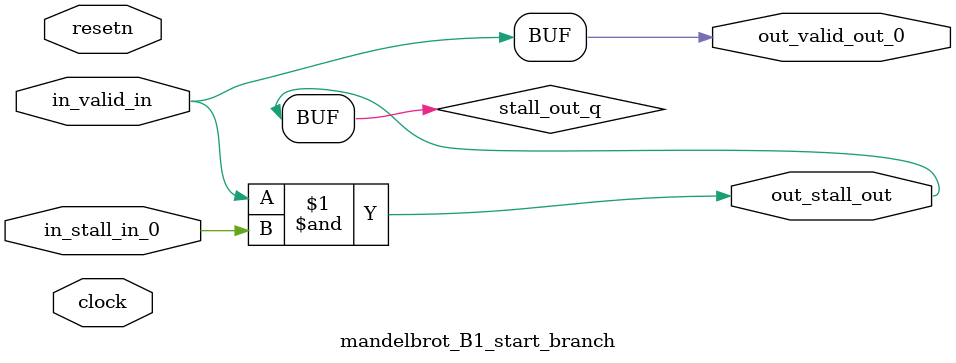
<source format=sv>



(* altera_attribute = "-name AUTO_SHIFT_REGISTER_RECOGNITION OFF; -name MESSAGE_DISABLE 10036; -name MESSAGE_DISABLE 10037; -name MESSAGE_DISABLE 14130; -name MESSAGE_DISABLE 14320; -name MESSAGE_DISABLE 15400; -name MESSAGE_DISABLE 14130; -name MESSAGE_DISABLE 10036; -name MESSAGE_DISABLE 12020; -name MESSAGE_DISABLE 12030; -name MESSAGE_DISABLE 12010; -name MESSAGE_DISABLE 12110; -name MESSAGE_DISABLE 14320; -name MESSAGE_DISABLE 13410; -name MESSAGE_DISABLE 113007; -name MESSAGE_DISABLE 10958" *)
module mandelbrot_B1_start_branch (
    input wire [0:0] in_stall_in_0,
    input wire [0:0] in_valid_in,
    output wire [0:0] out_stall_out,
    output wire [0:0] out_valid_out_0,
    input wire clock,
    input wire resetn
    );

    wire [0:0] stall_out_q;


    // stall_out(LOGICAL,6)
    assign stall_out_q = in_valid_in & in_stall_in_0;

    // out_stall_out(GPOUT,4)
    assign out_stall_out = stall_out_q;

    // out_valid_out_0(GPOUT,5)
    assign out_valid_out_0 = in_valid_in;

endmodule

</source>
